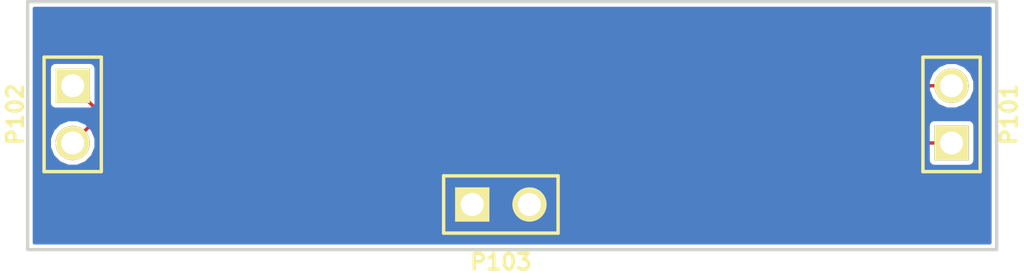
<source format=kicad_pcb>
(kicad_pcb (version 4) (host pcbnew "(2015-08-16 BZR 6097, Git b384c94)-product")

  (general
    (links 3)
    (no_connects 2)
    (area 125.924999 99.924999 169.075001 111.075001)
    (thickness 1.6)
    (drawings 4)
    (tracks 8)
    (zones 0)
    (modules 3)
    (nets 4)
  )

  (page A4)
  (layers
    (0 F.Cu signal)
    (31 B.Cu signal)
    (32 B.Adhes user)
    (33 F.Adhes user)
    (34 B.Paste user)
    (35 F.Paste user)
    (36 B.SilkS user)
    (37 F.SilkS user)
    (38 B.Mask user)
    (39 F.Mask user)
    (40 Dwgs.User user)
    (41 Cmts.User user)
    (42 Eco1.User user)
    (43 Eco2.User user)
    (44 Edge.Cuts user)
    (45 Margin user)
    (46 B.CrtYd user)
    (47 F.CrtYd user)
    (48 B.Fab user)
    (49 F.Fab user)
  )

  (setup
    (last_trace_width 0.25)
    (trace_clearance 0.2)
    (zone_clearance 0.508)
    (zone_45_only no)
    (trace_min 0.2)
    (segment_width 0.2)
    (edge_width 0.15)
    (via_size 0.6)
    (via_drill 0.4)
    (via_min_size 0.4)
    (via_min_drill 0.3)
    (uvia_size 0.3)
    (uvia_drill 0.1)
    (uvias_allowed no)
    (uvia_min_size 0.2)
    (uvia_min_drill 0.1)
    (pcb_text_width 0.3)
    (pcb_text_size 1.5 1.5)
    (mod_edge_width 0.15)
    (mod_text_size 1 1)
    (mod_text_width 0.15)
    (pad_size 1.524 1.524)
    (pad_drill 0.762)
    (pad_to_mask_clearance 0.2)
    (aux_axis_origin 0 0)
    (visible_elements FFFFFF7F)
    (pcbplotparams
      (layerselection 0x00000_80000001)
      (usegerberextensions false)
      (excludeedgelayer true)
      (linewidth 0.100000)
      (plotframeref false)
      (viasonmask false)
      (mode 1)
      (useauxorigin false)
      (hpglpennumber 1)
      (hpglpenspeed 20)
      (hpglpendiameter 15)
      (hpglpenoverlay 2)
      (psnegative false)
      (psa4output false)
      (plotreference true)
      (plotvalue true)
      (plotinvisibletext false)
      (padsonsilk false)
      (subtractmaskfromsilk false)
      (outputformat 1)
      (mirror false)
      (drillshape 0)
      (scaleselection 1)
      (outputdirectory No_TOP_GND))
  )

  (net 0 "")
  (net 1 GND)
  (net 2 /HS_P)
  (net 3 /HS_N)

  (net_class Default "Ceci est la Netclass par défaut"
    (clearance 0.2)
    (trace_width 0.25)
    (via_dia 0.6)
    (via_drill 0.4)
    (uvia_dia 0.3)
    (uvia_drill 0.1)
    (add_net /HS_N)
    (add_net /HS_P)
    (add_net GND)
  )

  (module Connectors_254mm:pin_array_2x1 (layer F.Cu) (tedit 54CE46FD) (tstamp 55F099EB)
    (at 167 105 90)
    (descr "Connecteurs 2 pins")
    (tags "CONN DEV")
    (path /55F0991E)
    (fp_text reference P101 (at 0 2.55 90) (layer F.SilkS)
      (effects (font (size 0.7 0.7) (thickness 0.152)))
    )
    (fp_text value CONN_01X02 (at 0 -1.905 90) (layer F.SilkS) hide
      (effects (font (size 0.762 0.762) (thickness 0.1524)))
    )
    (fp_line (start -2.54 1.27) (end -2.54 -1.27) (layer F.SilkS) (width 0.1524))
    (fp_line (start -2.54 -1.27) (end 2.54 -1.27) (layer F.SilkS) (width 0.1524))
    (fp_line (start 2.54 -1.27) (end 2.54 1.27) (layer F.SilkS) (width 0.1524))
    (fp_line (start 2.54 1.27) (end -2.54 1.27) (layer F.SilkS) (width 0.1524))
    (pad 1 thru_hole rect (at -1.27 0 90) (size 1.524 1.524) (drill 1.016) (layers *.Cu *.Mask F.SilkS)
      (net 2 /HS_P))
    (pad 2 thru_hole circle (at 1.27 0 90) (size 1.524 1.524) (drill 1.016) (layers *.Cu *.Mask F.SilkS)
      (net 3 /HS_N))
    (model pin_array/pins_array_2x1.wrl
      (at (xyz 0 0 0))
      (scale (xyz 1 1 1))
      (rotate (xyz 0 0 0))
    )
  )

  (module Connectors_254mm:pin_array_2x1 (layer F.Cu) (tedit 54CE46FD) (tstamp 55F099F5)
    (at 128 105 270)
    (descr "Connecteurs 2 pins")
    (tags "CONN DEV")
    (path /55F09831)
    (fp_text reference P102 (at 0 2.55 270) (layer F.SilkS)
      (effects (font (size 0.7 0.7) (thickness 0.152)))
    )
    (fp_text value CONN_01X02 (at 0 -1.905 270) (layer F.SilkS) hide
      (effects (font (size 0.762 0.762) (thickness 0.1524)))
    )
    (fp_line (start -2.54 1.27) (end -2.54 -1.27) (layer F.SilkS) (width 0.1524))
    (fp_line (start -2.54 -1.27) (end 2.54 -1.27) (layer F.SilkS) (width 0.1524))
    (fp_line (start 2.54 -1.27) (end 2.54 1.27) (layer F.SilkS) (width 0.1524))
    (fp_line (start 2.54 1.27) (end -2.54 1.27) (layer F.SilkS) (width 0.1524))
    (pad 1 thru_hole rect (at -1.27 0 270) (size 1.524 1.524) (drill 1.016) (layers *.Cu *.Mask F.SilkS)
      (net 3 /HS_N))
    (pad 2 thru_hole circle (at 1.27 0 270) (size 1.524 1.524) (drill 1.016) (layers *.Cu *.Mask F.SilkS)
      (net 2 /HS_P))
    (model pin_array/pins_array_2x1.wrl
      (at (xyz 0 0 0))
      (scale (xyz 1 1 1))
      (rotate (xyz 0 0 0))
    )
  )

  (module Connectors_254mm:pin_array_2x1 (layer F.Cu) (tedit 54CE46FD) (tstamp 55F09A95)
    (at 147 109)
    (descr "Connecteurs 2 pins")
    (tags "CONN DEV")
    (path /55F09A1E)
    (fp_text reference P103 (at 0 2.55) (layer F.SilkS)
      (effects (font (size 0.7 0.7) (thickness 0.152)))
    )
    (fp_text value CONN_01X02 (at 0 -1.905) (layer F.SilkS) hide
      (effects (font (size 0.762 0.762) (thickness 0.1524)))
    )
    (fp_line (start -2.54 1.27) (end -2.54 -1.27) (layer F.SilkS) (width 0.1524))
    (fp_line (start -2.54 -1.27) (end 2.54 -1.27) (layer F.SilkS) (width 0.1524))
    (fp_line (start 2.54 -1.27) (end 2.54 1.27) (layer F.SilkS) (width 0.1524))
    (fp_line (start 2.54 1.27) (end -2.54 1.27) (layer F.SilkS) (width 0.1524))
    (pad 1 thru_hole rect (at -1.27 0) (size 1.524 1.524) (drill 1.016) (layers *.Cu *.Mask F.SilkS)
      (net 1 GND))
    (pad 2 thru_hole circle (at 1.27 0) (size 1.524 1.524) (drill 1.016) (layers *.Cu *.Mask F.SilkS)
      (net 1 GND))
    (model pin_array/pins_array_2x1.wrl
      (at (xyz 0 0 0))
      (scale (xyz 1 1 1))
      (rotate (xyz 0 0 0))
    )
  )

  (gr_line (start 126 111) (end 169 111) (layer Edge.Cuts) (width 0.15))
  (gr_line (start 126 111) (end 126 100) (layer Edge.Cuts) (width 0.15))
  (gr_line (start 169 100) (end 169 111) (layer Edge.Cuts) (width 0.15))
  (gr_line (start 126 100) (end 169 100) (layer Edge.Cuts) (width 0.15))

  (segment (start 165.857 106.27) (end 167 106.27) (width 0.15) (layer F.Cu) (net 2))
  (segment (start 128 106.27) (end 129.105001 105.164999) (width 0.15) (layer F.Cu) (net 2))
  (segment (start 129.105001 105.164999) (end 164.752 105.165) (width 0.15) (layer F.Cu) (net 2))
  (segment (start 164.752 105.165) (end 165.857 106.27) (width 0.15) (layer F.Cu) (net 2))
  (segment (start 164.752 104.835) (end 165.857 103.73) (width 0.15) (layer F.Cu) (net 3))
  (segment (start 128 103.73) (end 129.105001 104.835001) (width 0.15) (layer F.Cu) (net 3))
  (segment (start 129.105001 104.835001) (end 164.752 104.835) (width 0.15) (layer F.Cu) (net 3))
  (segment (start 165.857 103.73) (end 167 103.73) (width 0.15) (layer F.Cu) (net 3))

  (zone (net 1) (net_name GND) (layer B.Cu) (tstamp 0) (hatch edge 0.508)
    (connect_pads yes (clearance 0.15))
    (min_thickness 0.15)
    (fill yes (arc_segments 16) (thermal_gap 0.508) (thermal_bridge_width 0.508))
    (polygon
      (pts
        (xy 126 100) (xy 169 100) (xy 169 111) (xy 126 111)
      )
    )
    (filled_polygon
      (pts
        (xy 168.7 110.7) (xy 126.3 110.7) (xy 126.3 106.475367) (xy 126.96282 106.475367) (xy 127.120362 106.856646)
        (xy 127.41182 107.148613) (xy 127.792823 107.30682) (xy 128.205367 107.30718) (xy 128.586646 107.149638) (xy 128.878613 106.85818)
        (xy 129.03682 106.477177) (xy 129.03718 106.064633) (xy 128.879638 105.683354) (xy 128.70459 105.508) (xy 165.957613 105.508)
        (xy 165.957613 107.032) (xy 165.976788 107.133909) (xy 166.037016 107.227506) (xy 166.128914 107.290296) (xy 166.238 107.312387)
        (xy 167.762 107.312387) (xy 167.863909 107.293212) (xy 167.957506 107.232984) (xy 168.020296 107.141086) (xy 168.042387 107.032)
        (xy 168.042387 105.508) (xy 168.023212 105.406091) (xy 167.962984 105.312494) (xy 167.871086 105.249704) (xy 167.762 105.227613)
        (xy 166.238 105.227613) (xy 166.136091 105.246788) (xy 166.042494 105.307016) (xy 165.979704 105.398914) (xy 165.957613 105.508)
        (xy 128.70459 105.508) (xy 128.58818 105.391387) (xy 128.207177 105.23318) (xy 127.794633 105.23282) (xy 127.413354 105.390362)
        (xy 127.121387 105.68182) (xy 126.96318 106.062823) (xy 126.96282 106.475367) (xy 126.3 106.475367) (xy 126.3 102.968)
        (xy 126.957613 102.968) (xy 126.957613 104.492) (xy 126.976788 104.593909) (xy 127.037016 104.687506) (xy 127.128914 104.750296)
        (xy 127.238 104.772387) (xy 128.762 104.772387) (xy 128.863909 104.753212) (xy 128.957506 104.692984) (xy 129.020296 104.601086)
        (xy 129.042387 104.492) (xy 129.042387 103.935367) (xy 165.96282 103.935367) (xy 166.120362 104.316646) (xy 166.41182 104.608613)
        (xy 166.792823 104.76682) (xy 167.205367 104.76718) (xy 167.586646 104.609638) (xy 167.878613 104.31818) (xy 168.03682 103.937177)
        (xy 168.03718 103.524633) (xy 167.879638 103.143354) (xy 167.58818 102.851387) (xy 167.207177 102.69318) (xy 166.794633 102.69282)
        (xy 166.413354 102.850362) (xy 166.121387 103.14182) (xy 165.96318 103.522823) (xy 165.96282 103.935367) (xy 129.042387 103.935367)
        (xy 129.042387 102.968) (xy 129.023212 102.866091) (xy 128.962984 102.772494) (xy 128.871086 102.709704) (xy 128.762 102.687613)
        (xy 127.238 102.687613) (xy 127.136091 102.706788) (xy 127.042494 102.767016) (xy 126.979704 102.858914) (xy 126.957613 102.968)
        (xy 126.3 102.968) (xy 126.3 100.3) (xy 168.7 100.3)
      )
    )
  )
)

</source>
